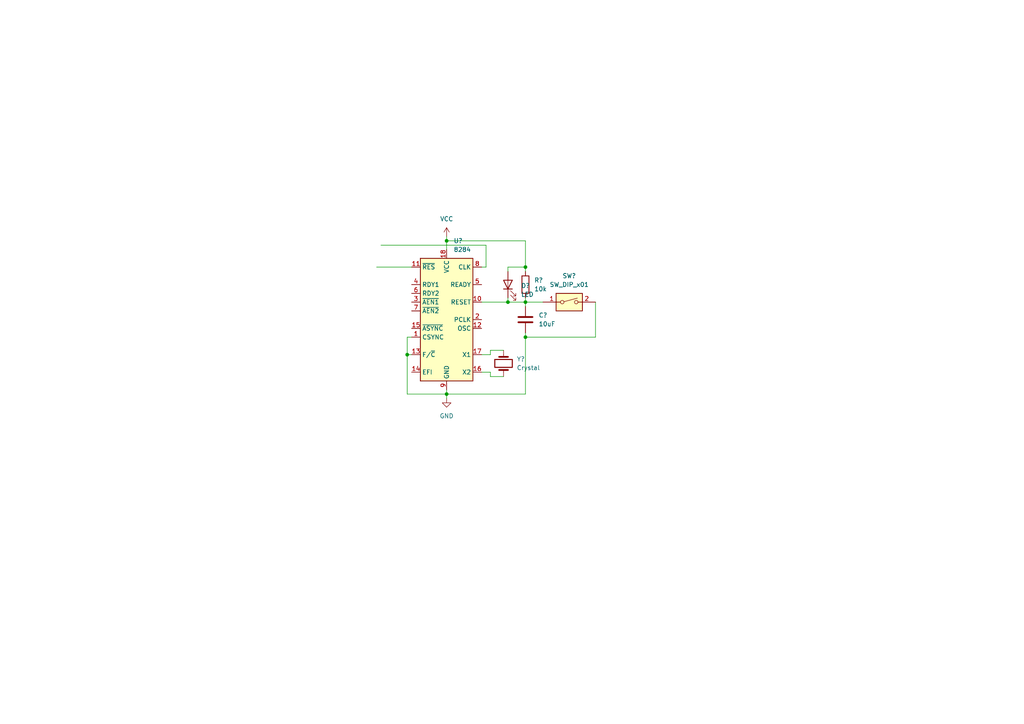
<source format=kicad_sch>
(kicad_sch (version 20211123) (generator eeschema)
  (paper "A4")
  (lib_symbols
    (symbol "Device:C" (pin_numbers hide) (pin_names (offset 0.254))
      (property "Reference" "C" (at 0.635 2.54 0))
      (property "Value" "C" (at 0.635 -2.54 0))
      (symbol "C_0_1"
        (polyline (pts (xy -2.032 -0.762) (xy 2.032 -0.762)) (stroke (width 0.508)))
        (polyline (pts (xy -2.032 0.762) (xy 2.032 0.762)) (stroke (width 0.508)))
      )
      (symbol "C_1_1"
        (pin passive line (at 0 3.81 270) (length 2.794) (name "~") (number "1"))
        (pin passive line (at 0 -3.81 90) (length 2.794) (name "~") (number "2"))
      )
    )
    (symbol "Device:Crystal" (pin_numbers hide) (pin_names (offset 1.016) hide)
      (property "Reference" "Y" (at 0 3.81 0))
      (property "Value" "Crystal" (at 0 -3.81 0))
      (symbol "Crystal_0_1"
        (rectangle (start -1.143 2.54) (end 1.143 -2.54) (stroke (width 0.3048)))
        (polyline (pts (xy -2.54 0) (xy -1.905 0)))
        (polyline (pts (xy -1.905 -1.27) (xy -1.905 1.27)) (stroke (width 0.508)))
        (polyline (pts (xy 1.905 -1.27) (xy 1.905 1.27)) (stroke (width 0.508)))
        (polyline (pts (xy 2.54 0) (xy 1.905 0)))
      )
      (symbol "Crystal_1_1"
        (pin passive line (at -3.81 0 0) (length 1.27) (name "1") (number "1"))
        (pin passive line (at 3.81 0 180) (length 1.27) (name "2") (number "2"))
      )
    )
    (symbol "Device:LED" (pin_numbers hide) (pin_names (offset 1.016) hide)
      (property "Reference" "D" (at 0 2.54 0))
      (property "Value" "LED" (at 0 -2.54 0))
      (symbol "LED_0_1"
        (polyline (pts (xy -1.27 -1.27) (xy -1.27 1.27)) (stroke (width 0.254)))
        (polyline (pts (xy -1.27 0) (xy 1.27 0)))
        (polyline (pts (xy 1.27 -1.27) (xy 1.27 1.27) (xy -1.27 0) (xy 1.27 -1.27)) (stroke (width 0.254)))
        (polyline (pts (xy -3.048 -0.762) (xy -4.572 -2.286) (xy -3.81 -2.286) (xy -4.572 -2.286) (xy -4.572 -1.524)))
        (polyline (pts (xy -1.778 -0.762) (xy -3.302 -2.286) (xy -2.54 -2.286) (xy -3.302 -2.286) (xy -3.302 -1.524)))
      )
      (symbol "LED_1_1"
        (pin passive line (at -3.81 0 0) (length 2.54) (name "K") (number "1"))
        (pin passive line (at 3.81 0 180) (length 2.54) (name "A") (number "2"))
      )
    )
    (symbol "Device:R" (pin_numbers hide) (pin_names (offset 0))
      (property "Reference" "R" (at 2.032 0 90))
      (property "Value" "R" (at 0 0 90))
      (symbol "R_0_1"
        (rectangle (start -1.016 -2.54) (end 1.016 2.54) (stroke (width 0.254)))
      )
      (symbol "R_1_1"
        (pin passive line (at 0 3.81 270) (length 1.27) (name "~") (number "1"))
        (pin passive line (at 0 -3.81 90) (length 1.27) (name "~") (number "2"))
      )
    )
    (symbol "Switch:SW_DIP_x01" (pin_names (offset 0) hide)
      (property "Reference" "SW" (at 0 3.81 0))
      (property "Value" "SW_DIP_x01" (at 0 -3.81 0))
      (symbol "SW_DIP_x01_0_0"
        (circle (center -2.032 0) (radius 0.508))
        (polyline (pts (xy -1.524 0.127) (xy 2.3622 1.1684)))
        (circle (center 2.032 0) (radius 0.508))
      )
      (symbol "SW_DIP_x01_0_1"
        (rectangle (start -3.81 2.54) (end 3.81 -2.54) (stroke (width 0.254)) (fill (type background)))
      )
      (symbol "SW_DIP_x01_1_1"
        (pin passive line (at -7.62 0 0) (length 5.08) (name "~") (number "1"))
        (pin passive line (at 7.62 0 180) (length 5.08) (name "~") (number "2"))
      )
    )
    (symbol "Timer:8284"
      (property "Reference" "U" (at -3.81 19.05 0))
      (property "Value" "8284" (at 2.54 19.05 0))
      (symbol "8284_0_0"
        (rectangle (start -7.62 -17.78) (end 7.62 17.78) (stroke (width 0.254)) (fill (type background)))
      )
      (symbol "8284_1_1"
        (pin input line (at -10.16 -5.08 0) (length 2.54) (name "CSYNC") (number "1"))
        (pin output line (at 10.16 5.08 180) (length 2.54) (name "RESET") (number "10"))
        (pin input line (at -10.16 15.24 0) (length 2.54) (name "~{RES}") (number "11"))
        (pin output line (at 10.16 -2.54 180) (length 2.54) (name "OSC") (number "12"))
        (pin input line (at -10.16 -10.16 0) (length 2.54) (name "F/~{C}") (number "13"))
        (pin input line (at -10.16 -15.24 0) (length 2.54) (name "EFI") (number "14"))
        (pin input line (at -10.16 -2.54 0) (length 2.54) (name "~{ASYNC}") (number "15"))
        (pin output line (at 10.16 -15.24 180) (length 2.54) (name "X2") (number "16"))
        (pin input line (at 10.16 -10.16 180) (length 2.54) (name "X1") (number "17"))
        (pin power_in line (at 0 20.32 270) (length 2.54) (name "VCC") (number "18"))
        (pin output line (at 10.16 0 180) (length 2.54) (name "PCLK") (number "2"))
        (pin input line (at -10.16 5.08 0) (length 2.54) (name "~{AEN1}") (number "3"))
        (pin input line (at -10.16 10.16 0) (length 2.54) (name "RDY1") (number "4"))
        (pin output line (at 10.16 10.16 180) (length 2.54) (name "READY") (number "5"))
        (pin input line (at -10.16 7.62 0) (length 2.54) (name "RDY2") (number "6"))
        (pin input line (at -10.16 2.54 0) (length 2.54) (name "~{AEN2}") (number "7"))
        (pin output line (at 10.16 15.24 180) (length 2.54) (name "CLK") (number "8"))
        (pin power_in line (at 0 -20.32 90) (length 2.54) (name "GND") (number "9"))
      )
    )
    (symbol "power:GND" (power) (pin_names (offset 0))
      (property "Value" "GND" (at 0 -3.81 0))
      (symbol "GND_0_1"
        (polyline (pts (xy 0 0) (xy 0 -1.27) (xy 1.27 -1.27) (xy 0 -2.54) (xy -1.27 -1.27) (xy 0 -1.27)))
      )
      (symbol "GND_1_1"
        (pin power_in line (at 0 0 270) (length 0) hide (name "GND") (number "1"))
      )
    )
    (symbol "power:VCC" (power) (pin_names (offset 0))
      (property "Value" "VCC" (at 0 3.81 0))
      (symbol "VCC_0_1"
        (polyline (pts (xy -0.762 1.27) (xy 0 2.54)))
        (polyline (pts (xy 0 0) (xy 0 2.54)))
        (polyline (pts (xy 0 2.54) (xy 0.762 1.27)))
      )
      (symbol "VCC_1_1"
        (pin power_in line (at 0 0 90) (length 0) hide (name "VCC") (number "1"))
      )
    )
  )
  (junction (at 152.4 87.63))
  (junction (at 118.11 102.87))
  (junction (at 152.4 97.79))
  (junction (at 129.54 69.85))
  (junction (at 152.4 77.47))
  (junction (at 129.54 114.3))
  (junction (at 147.32 87.63))
  (wire (pts (xy 142.24 109.22) (xy 142.24 107.95)))
  (wire (pts (xy 129.54 68.58) (xy 129.54 69.85)))
  (wire (pts (xy 152.4 69.85) (xy 152.4 77.47)))
  (wire (pts (xy 118.11 102.87) (xy 118.11 114.3)))
  (wire (pts (xy 172.72 97.79) (xy 152.4 97.79)))
  (wire (pts (xy 147.32 77.47) (xy 152.4 77.47)))
  (wire (pts (xy 129.54 113.03) (xy 129.54 114.3)))
  (wire (pts (xy 129.54 69.85) (xy 152.4 69.85)))
  (wire (pts (xy 146.05 109.22) (xy 142.24 109.22)))
  (wire (pts (xy 140.97 71.12) (xy 140.97 77.47)))
  (wire (pts (xy 152.4 96.52) (xy 152.4 97.79)))
  (wire (pts (xy 152.4 114.3) (xy 129.54 114.3)))
  (wire (pts (xy 110.49 71.12) (xy 140.97 71.12)))
  (wire (pts (xy 152.4 87.63) (xy 152.4 86.36)))
  (wire (pts (xy 118.11 114.3) (xy 129.54 114.3)))
  (wire (pts (xy 139.7 102.87) (xy 142.24 102.87)))
  (wire (pts (xy 147.32 87.63) (xy 152.4 87.63)))
  (wire (pts (xy 147.32 78.74) (xy 147.32 77.47)))
  (wire (pts (xy 147.32 86.36) (xy 147.32 87.63)))
  (wire (pts (xy 172.72 87.63) (xy 172.72 97.79)))
  (wire (pts (xy 142.24 101.6) (xy 142.24 102.87)))
  (wire (pts (xy 129.54 69.85) (xy 129.54 72.39)))
  (wire (pts (xy 119.38 77.47) (xy 109.22 77.47)))
  (wire (pts (xy 139.7 87.63) (xy 147.32 87.63)))
  (wire (pts (xy 139.7 107.95) (xy 142.24 107.95)))
  (wire (pts (xy 140.97 77.47) (xy 139.7 77.47)))
  (wire (pts (xy 152.4 87.63) (xy 152.4 88.9)))
  (wire (pts (xy 152.4 97.79) (xy 152.4 114.3)))
  (wire (pts (xy 129.54 114.3) (xy 129.54 115.57)))
  (wire (pts (xy 118.11 97.79) (xy 118.11 102.87)))
  (wire (pts (xy 118.11 102.87) (xy 119.38 102.87)))
  (wire (pts (xy 119.38 97.79) (xy 118.11 97.79)))
  (wire (pts (xy 152.4 77.47) (xy 152.4 78.74)))
  (wire (pts (xy 146.05 101.6) (xy 142.24 101.6)))
  (wire (pts (xy 152.4 87.63) (xy 157.48 87.63)))
  (symbol (lib_id "Switch:SW_DIP_x01") (at 165.1 87.63 0) (unit 1)
    (property "Reference" "SW?" (at 165.1 80.01 0))
    (property "Value" "SW_DIP_x01" (at 165.1 82.55 0))
  )
  (symbol (lib_id "Device:R") (at 152.4 82.55 0) (unit 1)
    (property "Reference" "R?" (at 154.94 81.2799 0) (effects (justify left)))
    (property "Value" "10k" (at 154.94 83.8199 0) (effects (justify left)))
  )
  (symbol (lib_id "Device:LED") (at 147.32 82.55 90) (unit 1)
    (property "Reference" "D?" (at 151.13 82.8674 90) (effects (justify right)))
    (property "Value" "LED" (at 151.13 85.4074 90) (effects (justify right)))
  )
  (symbol (lib_id "Timer:8284") (at 129.54 92.71 0) (unit 1)
    (property "Reference" "U?" (at 131.5594 69.85 0) (effects (justify left)))
    (property "Value" "8284" (at 131.5594 72.39 0) (effects (justify left)))
    (property "Footprint" "Package_DIP:DIP-18_W7.62mm" (effects hide))
    (property "Datasheet" "http://www.cpu-galaxy.at/cpu/ram%20rom%20eprom/other_intel_chips/other_intel-Dateien/D8284A_Datasheet.pdf" (effects hide))
  )
  (symbol (lib_id "Device:Crystal") (at 146.05 105.41 90) (unit 1)
    (property "Reference" "Y?" (at 149.86 104.1399 90) (effects (justify right)))
    (property "Value" "Crystal" (at 149.86 106.6799 90) (effects (justify right)))
  )
  (symbol (lib_id "power:VCC") (at 129.54 68.58 0) (unit 1)
    (property "Reference" "#PWR?" (effects hide))
    (property "Value" "VCC" (at 129.54 63.5 0))
  )
  (symbol (lib_id "power:GND") (at 129.54 115.57 0) (unit 1)
    (property "Reference" "#PWR?" (effects hide))
    (property "Value" "GND" (at 129.54 120.65 0))
  )
  (symbol (lib_id "Device:C") (at 152.4 92.71 0) (unit 1)
    (property "Reference" "C?" (at 156.21 91.4399 0) (effects (justify left)))
    (property "Value" "10uF" (at 156.21 93.9799 0) (effects (justify left)))
  )
)
</source>
